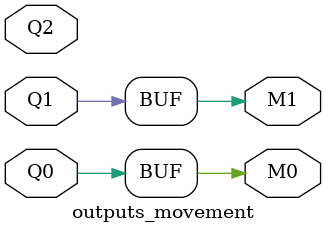
<source format=sv>
/*
Outputs from Movement's FSM
*/

module outputs_movement(input Q2, Q1, Q0, output M1, M0);

//FALTA

	assign M0 = Q0;
	assign M1 = Q1;

endmodule

</source>
